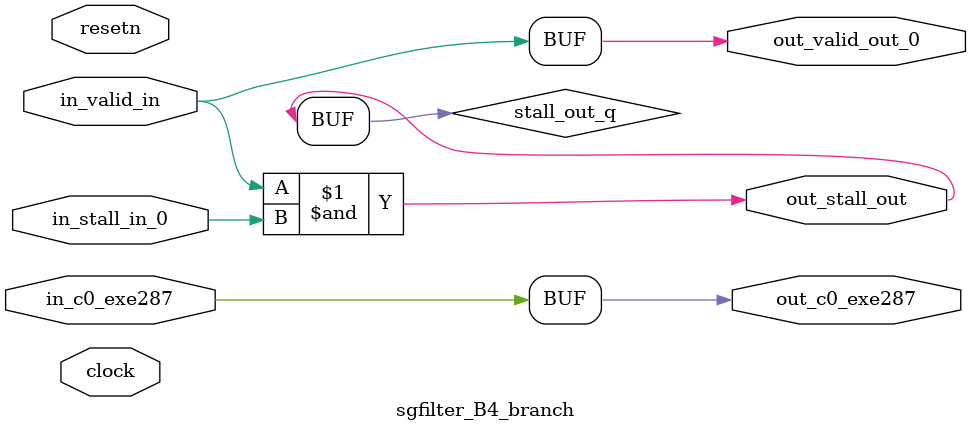
<source format=sv>



(* altera_attribute = "-name AUTO_SHIFT_REGISTER_RECOGNITION OFF; -name MESSAGE_DISABLE 10036; -name MESSAGE_DISABLE 10037; -name MESSAGE_DISABLE 14130; -name MESSAGE_DISABLE 14320; -name MESSAGE_DISABLE 15400; -name MESSAGE_DISABLE 14130; -name MESSAGE_DISABLE 10036; -name MESSAGE_DISABLE 12020; -name MESSAGE_DISABLE 12030; -name MESSAGE_DISABLE 12010; -name MESSAGE_DISABLE 12110; -name MESSAGE_DISABLE 14320; -name MESSAGE_DISABLE 13410; -name MESSAGE_DISABLE 113007; -name MESSAGE_DISABLE 10958" *)
module sgfilter_B4_branch (
    input wire [0:0] in_c0_exe287,
    input wire [0:0] in_stall_in_0,
    input wire [0:0] in_valid_in,
    output wire [0:0] out_c0_exe287,
    output wire [0:0] out_stall_out,
    output wire [0:0] out_valid_out_0,
    input wire clock,
    input wire resetn
    );

    wire [0:0] stall_out_q;


    // out_c0_exe287(GPOUT,5)
    assign out_c0_exe287 = in_c0_exe287;

    // stall_out(LOGICAL,8)
    assign stall_out_q = in_valid_in & in_stall_in_0;

    // out_stall_out(GPOUT,6)
    assign out_stall_out = stall_out_q;

    // out_valid_out_0(GPOUT,7)
    assign out_valid_out_0 = in_valid_in;

endmodule

</source>
